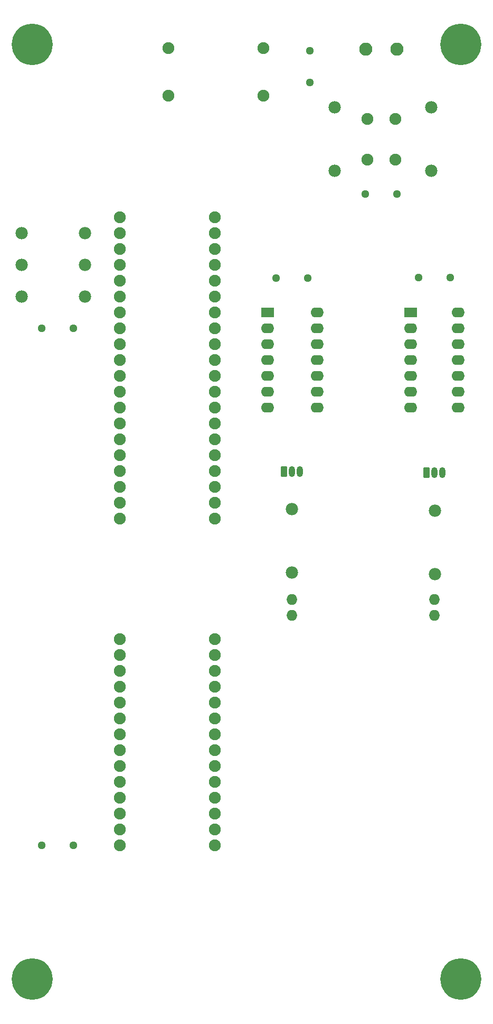
<source format=gbr>
%TF.GenerationSoftware,KiCad,Pcbnew,9.0.1*%
%TF.CreationDate,2025-04-16T15:20:24-04:00*%
%TF.ProjectId,KiCad 9 6502 ROR Test Board V2.0T,4b694361-6420-4392-9036-35303220524f,rev?*%
%TF.SameCoordinates,Original*%
%TF.FileFunction,Soldermask,Top*%
%TF.FilePolarity,Negative*%
%FSLAX46Y46*%
G04 Gerber Fmt 4.6, Leading zero omitted, Abs format (unit mm)*
G04 Created by KiCad (PCBNEW 9.0.1) date 2025-04-16 15:20:24*
%MOMM*%
%LPD*%
G01*
G04 APERTURE LIST*
G04 Aperture macros list*
%AMRoundRect*
0 Rectangle with rounded corners*
0 $1 Rounding radius*
0 $2 $3 $4 $5 $6 $7 $8 $9 X,Y pos of 4 corners*
0 Add a 4 corners polygon primitive as box body*
4,1,4,$2,$3,$4,$5,$6,$7,$8,$9,$2,$3,0*
0 Add four circle primitives for the rounded corners*
1,1,$1+$1,$2,$3*
1,1,$1+$1,$4,$5*
1,1,$1+$1,$6,$7*
1,1,$1+$1,$8,$9*
0 Add four rect primitives between the rounded corners*
20,1,$1+$1,$2,$3,$4,$5,0*
20,1,$1+$1,$4,$5,$6,$7,0*
20,1,$1+$1,$6,$7,$8,$9,0*
20,1,$1+$1,$8,$9,$2,$3,0*%
G04 Aperture macros list end*
%ADD10O,1.981200X1.981200*%
%ADD11RoundRect,0.050800X-0.450000X-0.800000X0.450000X-0.800000X0.450000X0.800000X-0.450000X0.800000X0*%
%ADD12O,1.001600X1.701600*%
%ADD13O,1.300000X1.300000*%
%ADD14O,1.752600X1.752600*%
%ADD15O,2.101600X2.101600*%
%ADD16C,0.762000*%
%ADD17O,6.601600X6.601600*%
%ADD18O,1.901600X1.901600*%
%ADD19RoundRect,0.050800X-1.000000X-0.750000X1.000000X-0.750000X1.000000X0.750000X-1.000000X0.750000X0*%
%ADD20O,2.101600X1.601600*%
G04 APERTURE END LIST*
D10*
%TO.C,R7*%
X156609000Y-116312000D03*
X156609000Y-106152000D03*
%TD*%
D11*
%TO.C,Q2*%
X155339000Y-100183000D03*
D12*
X156609000Y-100183000D03*
X157879000Y-100183000D03*
%TD*%
D13*
%TO.C,C1*%
X121557000Y-77196000D03*
X116477000Y-77196000D03*
%TD*%
D14*
%TO.C,LED1*%
X179469000Y-123170000D03*
X179469000Y-120630000D03*
%TD*%
D13*
%TO.C,C3*%
X154069000Y-69195000D03*
X159149000Y-69195000D03*
%TD*%
D15*
%TO.C,P1*%
X173464400Y-32484000D03*
X168455600Y-32484000D03*
%TD*%
D10*
%TO.C,R4*%
X163467000Y-41826500D03*
X163467000Y-51986500D03*
%TD*%
%TO.C,R2*%
X113302000Y-67036000D03*
X123462000Y-67036000D03*
%TD*%
D16*
%TO.C,U8*%
X181314900Y-181416100D03*
X182025000Y-179701300D03*
X182025000Y-183130800D03*
X183739800Y-178991100D03*
X183739800Y-183841000D03*
X185454600Y-179701300D03*
X185454600Y-183130800D03*
X186164700Y-181416100D03*
D17*
X183739800Y-181416100D03*
%TD*%
D18*
%TO.C,U1*%
X129050000Y-59416000D03*
X129050000Y-61956000D03*
X129050000Y-64496000D03*
X129050000Y-67036000D03*
X129050000Y-69576000D03*
X129050000Y-72116000D03*
X129050000Y-74656000D03*
X129050000Y-77196000D03*
X129050000Y-79736000D03*
X129050000Y-82276000D03*
X129050000Y-84816000D03*
X129050000Y-87356000D03*
X129050000Y-89896000D03*
X129050000Y-92436000D03*
X129050000Y-94976000D03*
X129050000Y-97516000D03*
X129050000Y-100056000D03*
X129050000Y-102596000D03*
X129050000Y-105136000D03*
X129050000Y-107676000D03*
X144290000Y-107676000D03*
X144290000Y-105136000D03*
X144290000Y-102596000D03*
X144290000Y-100056000D03*
X144290000Y-97516000D03*
X144290000Y-94976000D03*
X144290000Y-92436000D03*
X144290000Y-89896000D03*
X144290000Y-87356000D03*
X144290000Y-84816000D03*
X144290000Y-82276000D03*
X144290000Y-79736000D03*
X144290000Y-77196000D03*
X144290000Y-74656000D03*
X144290000Y-72116000D03*
X144290000Y-69576000D03*
X144290000Y-67036000D03*
X144290000Y-64496000D03*
X144290000Y-61956000D03*
X144290000Y-59416000D03*
%TD*%
D13*
%TO.C,C2*%
X116477000Y-160000000D03*
X121557000Y-160000000D03*
%TD*%
D16*
%TO.C,U7*%
X112575100Y-181416100D03*
X113285200Y-179701300D03*
X113285200Y-183130800D03*
X115000000Y-178991100D03*
X115000000Y-183841000D03*
X116714800Y-179701300D03*
X116714800Y-183130800D03*
X117424900Y-181416100D03*
D17*
X115000000Y-181416100D03*
%TD*%
D18*
%TO.C,U2*%
X144271900Y-160000000D03*
X144271900Y-157460000D03*
X144271900Y-154920000D03*
X144271900Y-152380000D03*
X144271900Y-149840000D03*
X144271900Y-147300000D03*
X144271900Y-144760000D03*
X144271900Y-142220000D03*
X144271900Y-139680000D03*
X144271900Y-137140000D03*
X144271900Y-134600000D03*
X144271900Y-132060000D03*
X144271900Y-129520000D03*
X144271900Y-126980000D03*
X129031900Y-126980000D03*
X129031900Y-129520000D03*
X129031900Y-132060000D03*
X129031900Y-134600000D03*
X129031900Y-137140000D03*
X129031900Y-139680000D03*
X129031900Y-142220000D03*
X129031900Y-144760000D03*
X129031900Y-147300000D03*
X129031900Y-149840000D03*
X129031900Y-152380000D03*
X129031900Y-154920000D03*
X129031900Y-157460000D03*
X129031900Y-160000000D03*
%TD*%
D10*
%TO.C,R1*%
X113302000Y-61956000D03*
X123462000Y-61956000D03*
%TD*%
D18*
%TO.C,RESET*%
X168709600Y-43655300D03*
X168709600Y-50157700D03*
X173210400Y-50157700D03*
X173210400Y-43655300D03*
%TD*%
D16*
%TO.C,U5*%
X112575100Y-31777200D03*
X113285200Y-30062400D03*
X113285200Y-33492000D03*
X115000000Y-29352300D03*
X115000000Y-34202100D03*
X116714800Y-30062400D03*
X116714800Y-33492000D03*
X117424900Y-31777200D03*
D17*
X115000000Y-31777200D03*
%TD*%
D19*
%TO.C,U4*%
X175659300Y-74656000D03*
D20*
X175659000Y-77196000D03*
X175659000Y-79736000D03*
X175659000Y-82276000D03*
X175659000Y-84816000D03*
X175659000Y-87356000D03*
X175659000Y-89896000D03*
X183279000Y-89896000D03*
X183279000Y-87356000D03*
X183279000Y-84816000D03*
X183279000Y-82276000D03*
X183279000Y-79736000D03*
X183279000Y-77196000D03*
X183279000Y-74656000D03*
%TD*%
D13*
%TO.C,C5*%
X173500000Y-55733000D03*
X168420000Y-55733000D03*
%TD*%
D16*
%TO.C,U6*%
X181314900Y-31777200D03*
X182025000Y-30062400D03*
X182025000Y-33492000D03*
X183739800Y-29352300D03*
X183739800Y-34202100D03*
X185454600Y-30062400D03*
X185454600Y-33492000D03*
X186164700Y-31777200D03*
D17*
X183739800Y-31777200D03*
%TD*%
D14*
%TO.C,LED2*%
X156609000Y-123170000D03*
X156609000Y-120630000D03*
%TD*%
D10*
%TO.C,R3*%
X113302000Y-72116000D03*
X123462000Y-72116000D03*
%TD*%
D13*
%TO.C,C4*%
X176929000Y-69068000D03*
X182009000Y-69068000D03*
%TD*%
D10*
%TO.C,R6*%
X179596000Y-106406000D03*
X179596000Y-116566000D03*
%TD*%
D13*
%TO.C,C6*%
X159530000Y-32746000D03*
X159530000Y-37826000D03*
%TD*%
D19*
%TO.C,U3*%
X152736000Y-74656000D03*
D20*
X152736000Y-77196000D03*
X152736000Y-79736000D03*
X152736000Y-82276000D03*
X152736000Y-84816000D03*
X152736000Y-87356000D03*
X152736000Y-89896000D03*
X160736000Y-89896000D03*
X160736000Y-87356000D03*
X160736000Y-84816000D03*
X160736000Y-82276000D03*
X160736000Y-79736000D03*
X160736000Y-77196000D03*
X160736000Y-74656000D03*
%TD*%
D18*
%TO.C,OSC1*%
X152037000Y-32365000D03*
X136797000Y-32365000D03*
X136797000Y-39985000D03*
X152037000Y-39985000D03*
%TD*%
D10*
%TO.C,R5*%
X178961000Y-41826500D03*
X178961000Y-51986500D03*
%TD*%
D11*
%TO.C,Q1*%
X178199000Y-100310000D03*
D12*
X179469000Y-100310000D03*
X180739000Y-100310000D03*
%TD*%
M02*

</source>
